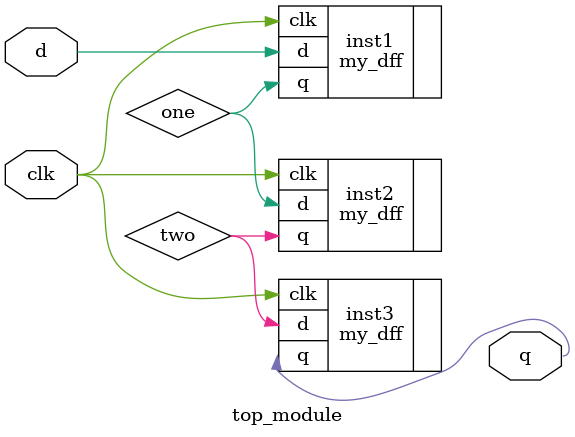
<source format=v>
module top_module ( input clk, input d, output q );
	wire one,two;
    
    my_dff inst1(.clk(clk),.d(d),.q(one));
    my_dff inst2(.clk(clk),.d(one),.q(two));
    my_dff inst3(.clk(clk),.d(two),.q(q));
    
endmodule

</source>
